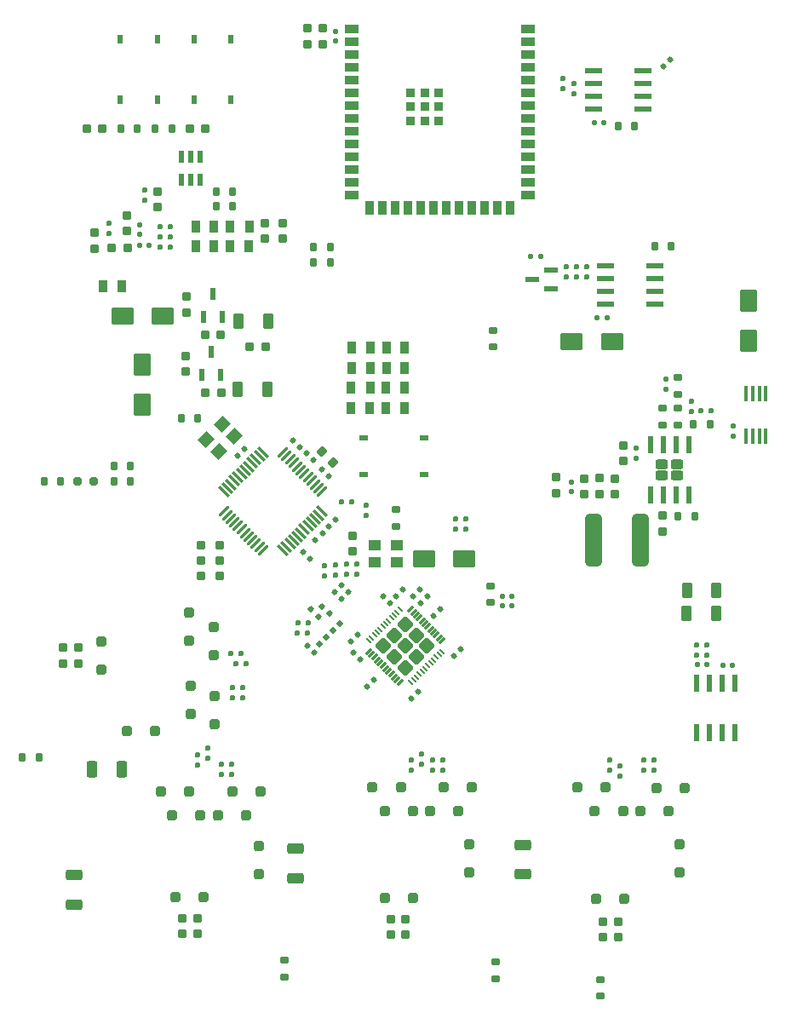
<source format=gbr>
%TF.GenerationSoftware,KiCad,Pcbnew,7.0.1*%
%TF.CreationDate,2023-07-30T21:23:37+03:00*%
%TF.ProjectId,Ethernet_switch_4out,45746865-726e-4657-945f-737769746368,rev?*%
%TF.SameCoordinates,Original*%
%TF.FileFunction,Paste,Top*%
%TF.FilePolarity,Positive*%
%FSLAX46Y46*%
G04 Gerber Fmt 4.6, Leading zero omitted, Abs format (unit mm)*
G04 Created by KiCad (PCBNEW 7.0.1) date 2023-07-30 21:23:37*
%MOMM*%
%LPD*%
G01*
G04 APERTURE LIST*
G04 Aperture macros list*
%AMRoundRect*
0 Rectangle with rounded corners*
0 $1 Rounding radius*
0 $2 $3 $4 $5 $6 $7 $8 $9 X,Y pos of 4 corners*
0 Add a 4 corners polygon primitive as box body*
4,1,4,$2,$3,$4,$5,$6,$7,$8,$9,$2,$3,0*
0 Add four circle primitives for the rounded corners*
1,1,$1+$1,$2,$3*
1,1,$1+$1,$4,$5*
1,1,$1+$1,$6,$7*
1,1,$1+$1,$8,$9*
0 Add four rect primitives between the rounded corners*
20,1,$1+$1,$2,$3,$4,$5,0*
20,1,$1+$1,$4,$5,$6,$7,0*
20,1,$1+$1,$6,$7,$8,$9,0*
20,1,$1+$1,$8,$9,$2,$3,0*%
%AMRotRect*
0 Rectangle, with rotation*
0 The origin of the aperture is its center*
0 $1 length*
0 $2 width*
0 $3 Rotation angle, in degrees counterclockwise*
0 Add horizontal line*
21,1,$1,$2,0,0,$3*%
G04 Aperture macros list end*
%ADD10RoundRect,0.108000X0.031820X-0.222739X0.222739X-0.031820X-0.031820X0.222739X-0.222739X0.031820X0*%
%ADD11RoundRect,0.195000X-0.300000X-0.300000X0.300000X-0.300000X0.300000X0.300000X-0.300000X0.300000X0*%
%ADD12RoundRect,0.112000X0.217082X0.019092X0.019092X0.217082X-0.217082X-0.019092X-0.019092X-0.217082X0*%
%ADD13R,1.350000X0.810000*%
%ADD14R,0.810000X1.350000*%
%ADD15R,0.810000X0.810000*%
%ADD16RoundRect,0.180000X-0.225000X-0.247500X0.225000X-0.247500X0.225000X0.247500X-0.225000X0.247500X0*%
%ADD17RoundRect,0.180000X0.225000X0.247500X-0.225000X0.247500X-0.225000X-0.247500X0.225000X-0.247500X0*%
%ADD18RoundRect,0.180000X0.247500X-0.225000X0.247500X0.225000X-0.247500X0.225000X-0.247500X-0.225000X0*%
%ADD19RoundRect,0.052500X0.825000X0.217500X-0.825000X0.217500X-0.825000X-0.217500X0.825000X-0.217500X0*%
%ADD20RoundRect,0.083750X0.186250X-0.512500X0.186250X0.512500X-0.186250X0.512500X-0.186250X-0.512500X0*%
%ADD21RoundRect,0.160000X-0.267500X0.200000X-0.267500X-0.200000X0.267500X-0.200000X0.267500X0.200000X0*%
%ADD22RoundRect,0.108000X-0.135000X-0.180000X0.135000X-0.180000X0.135000X0.180000X-0.135000X0.180000X0*%
%ADD23RoundRect,0.108000X0.135000X0.180000X-0.135000X0.180000X-0.135000X-0.180000X0.135000X-0.180000X0*%
%ADD24RoundRect,0.108000X0.180000X-0.135000X0.180000X0.135000X-0.180000X0.135000X-0.180000X-0.135000X0*%
%ADD25RoundRect,0.112000X-0.019092X0.217082X-0.217082X0.019092X0.019092X-0.217082X0.217082X-0.019092X0*%
%ADD26RoundRect,0.108000X0.222739X0.031820X0.031820X0.222739X-0.222739X-0.031820X-0.031820X-0.222739X0*%
%ADD27RoundRect,0.112000X0.167000X-0.140000X0.167000X0.140000X-0.167000X0.140000X-0.167000X-0.140000X0*%
%ADD28RoundRect,0.195000X0.243750X0.435000X-0.243750X0.435000X-0.243750X-0.435000X0.243750X-0.435000X0*%
%ADD29RoundRect,0.192500X-0.325000X-0.617500X0.325000X-0.617500X0.325000X0.617500X-0.325000X0.617500X0*%
%ADD30RoundRect,0.198750X0.262500X0.431250X-0.262500X0.431250X-0.262500X-0.431250X0.262500X-0.431250X0*%
%ADD31RoundRect,0.125000X-1.000000X-0.685000X1.000000X-0.685000X1.000000X0.685000X-1.000000X0.685000X0*%
%ADD32RoundRect,0.160000X0.200000X0.267500X-0.200000X0.267500X-0.200000X-0.267500X0.200000X-0.267500X0*%
%ADD33RoundRect,0.175000X0.218750X0.252500X-0.218750X0.252500X-0.218750X-0.252500X0.218750X-0.252500X0*%
%ADD34RoundRect,0.108000X-0.180000X0.135000X-0.180000X-0.135000X0.180000X-0.135000X0.180000X0.135000X0*%
%ADD35R,0.630000X0.900000*%
%ADD36RoundRect,0.195000X0.300000X0.300000X-0.300000X0.300000X-0.300000X-0.300000X0.300000X-0.300000X0*%
%ADD37RoundRect,0.160000X0.267500X-0.200000X0.267500X0.200000X-0.267500X0.200000X-0.267500X-0.200000X0*%
%ADD38RoundRect,0.193750X0.312500X0.593750X-0.312500X0.593750X-0.312500X-0.593750X0.312500X-0.593750X0*%
%ADD39RoundRect,0.160000X-0.200000X-0.267500X0.200000X-0.267500X0.200000X0.267500X-0.200000X0.267500X0*%
%ADD40RoundRect,0.195000X0.300000X-0.300000X0.300000X0.300000X-0.300000X0.300000X-0.300000X-0.300000X0*%
%ADD41RoundRect,0.192500X0.617500X-0.325000X0.617500X0.325000X-0.617500X0.325000X-0.617500X-0.325000X0*%
%ADD42RoundRect,0.112000X0.019092X-0.217082X0.217082X-0.019092X-0.019092X0.217082X-0.217082X0.019092X0*%
%ADD43RoundRect,0.076250X0.587500X0.193750X-0.587500X0.193750X-0.587500X-0.193750X0.587500X-0.193750X0*%
%ADD44RoundRect,0.180000X-0.247500X0.225000X-0.247500X-0.225000X0.247500X-0.225000X0.247500X0.225000X0*%
%ADD45RoundRect,0.112000X-0.217082X-0.019092X-0.019092X-0.217082X0.217082X0.019092X0.019092X0.217082X0*%
%ADD46RoundRect,0.198750X-0.262500X-0.431250X0.262500X-0.431250X0.262500X0.431250X-0.262500X0.431250X0*%
%ADD47RoundRect,0.188750X-0.250000X-0.238750X0.250000X-0.238750X0.250000X0.238750X-0.250000X0.238750X0*%
%ADD48RoundRect,0.112000X-0.167000X0.140000X-0.167000X-0.140000X0.167000X-0.140000X0.167000X0.140000X0*%
%ADD49RoundRect,0.240000X0.385000X-0.240000X0.385000X0.240000X-0.385000X0.240000X-0.385000X-0.240000X0*%
%ADD50RoundRect,0.052500X0.217500X-0.825000X0.217500X0.825000X-0.217500X0.825000X-0.217500X-0.825000X0*%
%ADD51RoundRect,0.188750X0.250000X0.238750X-0.250000X0.238750X-0.250000X-0.238750X0.250000X-0.238750X0*%
%ADD52RoundRect,0.112000X0.140000X0.167000X-0.140000X0.167000X-0.140000X-0.167000X0.140000X-0.167000X0*%
%ADD53RoundRect,0.112000X-0.140000X-0.167000X0.140000X-0.167000X0.140000X0.167000X-0.140000X0.167000X0*%
%ADD54RoundRect,0.180000X0.334108X0.015910X0.015910X0.334108X-0.334108X-0.015910X-0.015910X-0.334108X0*%
%ADD55RoundRect,0.195000X-0.243750X-0.435000X0.243750X-0.435000X0.243750X0.435000X-0.243750X0.435000X0*%
%ADD56RoundRect,0.195000X-0.300000X0.300000X-0.300000X-0.300000X0.300000X-0.300000X0.300000X0.300000X0*%
%ADD57RotRect,1.260000X1.080000X225.000000*%
%ADD58RoundRect,0.250000X0.000000X-0.523259X0.523259X0.000000X0.000000X0.523259X-0.523259X0.000000X0*%
%ADD59RoundRect,0.010000X-0.190919X-0.304056X0.304056X0.190919X0.190919X0.304056X-0.304056X-0.190919X0*%
%ADD60RoundRect,0.040000X0.190919X-0.261630X0.261630X-0.190919X-0.190919X0.261630X-0.261630X0.190919X0*%
%ADD61RoundRect,0.360000X0.450000X2.250000X-0.450000X2.250000X-0.450000X-2.250000X0.450000X-2.250000X0*%
%ADD62RoundRect,0.125000X1.000000X0.685000X-1.000000X0.685000X-1.000000X-0.685000X1.000000X-0.685000X0*%
%ADD63R,0.900000X0.630000*%
%ADD64RoundRect,0.193750X-0.312500X-0.593750X0.312500X-0.593750X0.312500X0.593750X-0.312500X0.593750X0*%
%ADD65RoundRect,0.125000X-0.685000X1.000000X-0.685000X-1.000000X0.685000X-1.000000X0.685000X1.000000X0*%
%ADD66RoundRect,0.125000X0.685000X-1.000000X0.685000X1.000000X-0.685000X1.000000X-0.685000X-1.000000X0*%
%ADD67RoundRect,0.001250X0.563034X-0.373883X-0.373883X0.563034X-0.563034X0.373883X0.373883X-0.563034X0*%
%ADD68RoundRect,0.060000X0.479949X0.373883X0.373883X0.479949X-0.479949X-0.373883X-0.373883X-0.479949X0*%
%ADD69RoundRect,0.018750X0.161250X-0.712500X0.161250X0.712500X-0.161250X0.712500X-0.161250X-0.712500X0*%
%ADD70R,1.260000X1.080000*%
G04 APERTURE END LIST*
D10*
%TO.C,R11*%
X83479376Y-112880624D03*
X84200624Y-112159376D03*
%TD*%
D11*
%TO.C,D29*%
X109200000Y-127100000D03*
X112000000Y-127100000D03*
%TD*%
D12*
%TO.C,C25*%
X82969411Y-113679411D03*
X82290589Y-113000589D03*
%TD*%
D11*
%TO.C,D10*%
X64400000Y-121500000D03*
X67200000Y-121500000D03*
%TD*%
D13*
%TO.C,U1*%
X86750000Y-51740000D03*
X86750000Y-53010000D03*
X86750000Y-54280000D03*
X86750000Y-55550000D03*
X86750000Y-56820000D03*
X86750000Y-58090000D03*
X86750000Y-59360000D03*
X86750000Y-60630000D03*
X86750000Y-61900000D03*
X86750000Y-63170000D03*
X86750000Y-64440000D03*
X86750000Y-65710000D03*
X86750000Y-66980000D03*
X86750000Y-68250000D03*
D14*
X88515000Y-69500000D03*
X89785000Y-69500000D03*
X91055000Y-69500000D03*
X92325000Y-69500000D03*
X93595000Y-69500000D03*
X94865000Y-69500000D03*
X96135000Y-69500000D03*
X97405000Y-69500000D03*
X98675000Y-69500000D03*
X99945000Y-69500000D03*
X101215000Y-69500000D03*
X102485000Y-69500000D03*
D13*
X104250000Y-68250000D03*
X104250000Y-66980000D03*
X104250000Y-65710000D03*
X104250000Y-64440000D03*
X104250000Y-63170000D03*
X104250000Y-61900000D03*
X104250000Y-60630000D03*
X104250000Y-59360000D03*
X104250000Y-58090000D03*
X104250000Y-56820000D03*
X104250000Y-55550000D03*
X104250000Y-54280000D03*
X104250000Y-53010000D03*
X104250000Y-51740000D03*
D15*
X92600000Y-58060000D03*
X92600000Y-59460000D03*
X92600000Y-60860000D03*
X92600000Y-60860000D03*
X94000000Y-58060000D03*
X94000000Y-58060000D03*
X94000000Y-59460000D03*
X94000000Y-60860000D03*
X95400000Y-58060000D03*
X95400000Y-59460000D03*
X95400000Y-60860000D03*
%TD*%
D16*
%TO.C,C39*%
X58025000Y-113200000D03*
X59575000Y-113200000D03*
%TD*%
D17*
%TO.C,C74*%
X64435000Y-73490000D03*
X62885000Y-73490000D03*
%TD*%
D18*
%TO.C,C42*%
X69900000Y-141675000D03*
X69900000Y-140125000D03*
%TD*%
D19*
%TO.C,U5*%
X115715000Y-59715000D03*
X115715000Y-58445000D03*
X115715000Y-57175000D03*
X115715000Y-55905000D03*
X110765000Y-55905000D03*
X110765000Y-57175000D03*
X110765000Y-58445000D03*
X110765000Y-59715000D03*
%TD*%
D20*
%TO.C,U12*%
X71970000Y-80337500D03*
X73870000Y-80337500D03*
X72920000Y-78062500D03*
%TD*%
D21*
%TO.C,R25*%
X101060000Y-144475000D03*
X101060000Y-146125000D03*
%TD*%
D22*
%TO.C,R82*%
X67660000Y-72427500D03*
X68680000Y-72427500D03*
%TD*%
D23*
%TO.C,R2*%
X82360000Y-111790000D03*
X81340000Y-111790000D03*
%TD*%
D18*
%TO.C,C67*%
X107070000Y-97845000D03*
X107070000Y-96295000D03*
%TD*%
D24*
%TO.C,R83*%
X66170000Y-68730000D03*
X66170000Y-67710000D03*
%TD*%
D23*
%TO.C,R17*%
X98060000Y-101460000D03*
X97040000Y-101460000D03*
%TD*%
D25*
%TO.C,C16*%
X91849411Y-107450589D03*
X91170589Y-108129411D03*
%TD*%
D26*
%TO.C,R8*%
X84520624Y-109850624D03*
X83799376Y-109129376D03*
%TD*%
D20*
%TO.C,U6*%
X71830000Y-86127500D03*
X73730000Y-86127500D03*
X72780000Y-83852500D03*
%TD*%
D27*
%TO.C,C52*%
X115040000Y-94385000D03*
X115040000Y-93425000D03*
%TD*%
D28*
%TO.C,D2*%
X88526599Y-89404227D03*
X86651599Y-89404227D03*
%TD*%
D29*
%TO.C,C40*%
X60905000Y-125320000D03*
X63855000Y-125320000D03*
%TD*%
D30*
%TO.C,R41*%
X73042500Y-71380000D03*
X71217500Y-71380000D03*
%TD*%
D24*
%TO.C,R6*%
X84010000Y-106120000D03*
X84010000Y-105100000D03*
%TD*%
D21*
%TO.C,R27*%
X100810000Y-81705000D03*
X100810000Y-83355000D03*
%TD*%
D23*
%TO.C,R1*%
X82380000Y-110780000D03*
X81360000Y-110780000D03*
%TD*%
D21*
%TO.C,R26*%
X111480000Y-146195000D03*
X111480000Y-147845000D03*
%TD*%
%TO.C,R22*%
X80060000Y-144285000D03*
X80060000Y-145935000D03*
%TD*%
D31*
%TO.C,D1*%
X93940000Y-104380000D03*
X97940000Y-104380000D03*
%TD*%
D32*
%TO.C,R77*%
X118510000Y-73320000D03*
X116860000Y-73320000D03*
%TD*%
D33*
%TO.C,D8*%
X61047500Y-96700000D03*
X59472500Y-96700000D03*
%TD*%
D30*
%TO.C,R40*%
X73052500Y-73350000D03*
X71227500Y-73350000D03*
%TD*%
D34*
%TO.C,R52*%
X71400000Y-123890000D03*
X71400000Y-124910000D03*
%TD*%
D25*
%TO.C,C6*%
X93539411Y-107420589D03*
X92860589Y-108099411D03*
%TD*%
D35*
%TO.C,SW1*%
X71040000Y-58760000D03*
X71040000Y-52760000D03*
X74740000Y-58760000D03*
X74740000Y-52760000D03*
%TD*%
D36*
%TO.C,D26*%
X98700000Y-127100000D03*
X95900000Y-127100000D03*
%TD*%
D34*
%TO.C,R49*%
X74800000Y-124790000D03*
X74800000Y-125810000D03*
%TD*%
D19*
%TO.C,U10*%
X116875000Y-79105000D03*
X116875000Y-77835000D03*
X116875000Y-76565000D03*
X116875000Y-75295000D03*
X111925000Y-75295000D03*
X111925000Y-76565000D03*
X111925000Y-77835000D03*
X111925000Y-79105000D03*
%TD*%
D37*
%TO.C,R76*%
X117620000Y-91090000D03*
X117620000Y-89440000D03*
%TD*%
D18*
%TO.C,C14*%
X82340000Y-53235000D03*
X82340000Y-51685000D03*
%TD*%
D23*
%TO.C,R18*%
X98040000Y-100420000D03*
X97020000Y-100420000D03*
%TD*%
D36*
%TO.C,D32*%
X119800000Y-127200000D03*
X117000000Y-127200000D03*
%TD*%
D38*
%TO.C,R73*%
X78342500Y-87520000D03*
X75417500Y-87520000D03*
%TD*%
D20*
%TO.C,U4*%
X69760000Y-66685000D03*
X70710000Y-66685000D03*
X71660000Y-66685000D03*
X71660000Y-64410000D03*
X70710000Y-64410000D03*
X69760000Y-64410000D03*
%TD*%
D25*
%TO.C,C22*%
X85149411Y-100480589D03*
X84470589Y-101159411D03*
%TD*%
D17*
%TO.C,C34*%
X61945000Y-61610000D03*
X60395000Y-61610000D03*
%TD*%
D39*
%TO.C,R70*%
X119190000Y-100185000D03*
X120840000Y-100185000D03*
%TD*%
D40*
%TO.C,D28*%
X119300000Y-135600000D03*
X119300000Y-132800000D03*
%TD*%
D41*
%TO.C,C46*%
X81100000Y-136175000D03*
X81100000Y-133225000D03*
%TD*%
D37*
%TO.C,R75*%
X119190000Y-91075000D03*
X119190000Y-89425000D03*
%TD*%
D42*
%TO.C,C4*%
X92640589Y-118289411D03*
X93319411Y-117610589D03*
%TD*%
D30*
%TO.C,FB1*%
X63832500Y-77290000D03*
X62007500Y-77290000D03*
%TD*%
D32*
%TO.C,R53*%
X64735000Y-96670000D03*
X63085000Y-96670000D03*
%TD*%
D43*
%TO.C,U9*%
X106540000Y-77570000D03*
X106540000Y-75670000D03*
X104665000Y-76620000D03*
%TD*%
D23*
%TO.C,R9*%
X87240000Y-104945000D03*
X86220000Y-104945000D03*
%TD*%
D44*
%TO.C,C72*%
X67450000Y-67905000D03*
X67450000Y-69455000D03*
%TD*%
D34*
%TO.C,R23*%
X121040000Y-112950000D03*
X121040000Y-113970000D03*
%TD*%
D24*
%TO.C,R32*%
X108060000Y-76370000D03*
X108060000Y-75350000D03*
%TD*%
D45*
%TO.C,C23*%
X85700000Y-107030000D03*
X86378822Y-107708822D03*
%TD*%
D40*
%TO.C,D16*%
X77500000Y-135700000D03*
X77500000Y-132900000D03*
%TD*%
D24*
%TO.C,R5*%
X85140000Y-105980000D03*
X85140000Y-104960000D03*
%TD*%
D44*
%TO.C,C35*%
X70330000Y-78345000D03*
X70330000Y-79895000D03*
%TD*%
D46*
%TO.C,R28*%
X90124099Y-89424227D03*
X91949099Y-89424227D03*
%TD*%
D47*
%TO.C,R3*%
X78077500Y-71020000D03*
X79902500Y-71020000D03*
%TD*%
D18*
%TO.C,C44*%
X92100000Y-141775000D03*
X92100000Y-140225000D03*
%TD*%
D39*
%TO.C,R66*%
X82945000Y-73380000D03*
X84595000Y-73380000D03*
%TD*%
D34*
%TO.C,R57*%
X93700000Y-123790000D03*
X93700000Y-124810000D03*
%TD*%
D48*
%TO.C,C13*%
X85110000Y-51995000D03*
X85110000Y-52955000D03*
%TD*%
D49*
%TO.C,U13*%
X117565000Y-96130000D03*
X119065000Y-96130000D03*
X117565000Y-94990000D03*
X119065000Y-94990000D03*
D50*
X116410000Y-98035000D03*
X117680000Y-98035000D03*
X118950000Y-98035000D03*
X120220000Y-98035000D03*
X120220000Y-93085000D03*
X118950000Y-93085000D03*
X117680000Y-93085000D03*
X116410000Y-93085000D03*
%TD*%
D36*
%TO.C,D27*%
X113800000Y-138200000D03*
X111000000Y-138200000D03*
%TD*%
D34*
%TO.C,R59*%
X116800000Y-124380000D03*
X116800000Y-125400000D03*
%TD*%
%TO.C,R33*%
X62640000Y-71020000D03*
X62640000Y-72040000D03*
%TD*%
D41*
%TO.C,C49*%
X103780000Y-135765000D03*
X103780000Y-132815000D03*
%TD*%
D36*
%TO.C,D21*%
X92800000Y-138100000D03*
X90000000Y-138100000D03*
%TD*%
D25*
%TO.C,C5*%
X97539411Y-113400589D03*
X96860589Y-114079411D03*
%TD*%
D39*
%TO.C,R67*%
X120695000Y-90995000D03*
X122345000Y-90995000D03*
%TD*%
D18*
%TO.C,C47*%
X113200000Y-142012500D03*
X113200000Y-140462500D03*
%TD*%
D51*
%TO.C,R15*%
X73572500Y-103040000D03*
X71747500Y-103040000D03*
%TD*%
D52*
%TO.C,C32*%
X102675000Y-109080000D03*
X101715000Y-109080000D03*
%TD*%
D23*
%TO.C,R20*%
X86710000Y-98740000D03*
X85690000Y-98740000D03*
%TD*%
D35*
%TO.C,SW3*%
X63730000Y-58750000D03*
X63730000Y-52750000D03*
X67430000Y-58750000D03*
X67430000Y-52750000D03*
%TD*%
D42*
%TO.C,C51*%
X88250589Y-117069411D03*
X88929411Y-116390589D03*
%TD*%
D36*
%TO.C,D31*%
X118200000Y-129500000D03*
X115400000Y-129500000D03*
%TD*%
D39*
%TO.C,R39*%
X63765000Y-61610000D03*
X65415000Y-61610000D03*
%TD*%
D18*
%TO.C,C70*%
X64400000Y-71805000D03*
X64400000Y-70255000D03*
%TD*%
D40*
%TO.C,D14*%
X73100000Y-120800000D03*
X73100000Y-118000000D03*
%TD*%
D34*
%TO.C,R56*%
X92680000Y-124390000D03*
X92680000Y-125410000D03*
%TD*%
D40*
%TO.C,D22*%
X98400000Y-135600000D03*
X98400000Y-132800000D03*
%TD*%
D53*
%TO.C,C63*%
X121115000Y-114920000D03*
X122075000Y-114920000D03*
%TD*%
D28*
%TO.C,D4*%
X88579099Y-85424227D03*
X86704099Y-85424227D03*
%TD*%
D52*
%TO.C,C58*%
X112110000Y-80430000D03*
X111150000Y-80430000D03*
%TD*%
D39*
%TO.C,R79*%
X73245000Y-67870000D03*
X74895000Y-67870000D03*
%TD*%
D42*
%TO.C,C50*%
X117750000Y-55480000D03*
X118428822Y-54801178D03*
%TD*%
D34*
%TO.C,R50*%
X73800000Y-124790000D03*
X73800000Y-125810000D03*
%TD*%
%TO.C,R64*%
X122030000Y-112960000D03*
X122030000Y-113980000D03*
%TD*%
D24*
%TO.C,R69*%
X109060000Y-76370000D03*
X109060000Y-75350000D03*
%TD*%
D54*
%TO.C,C28*%
X84858008Y-94808008D03*
X83761992Y-93711992D03*
%TD*%
D55*
%TO.C,D7*%
X74662500Y-71390000D03*
X76537500Y-71390000D03*
%TD*%
D39*
%TO.C,R42*%
X56155000Y-96680000D03*
X57805000Y-96680000D03*
%TD*%
D45*
%TO.C,C11*%
X89830589Y-108150589D03*
X90509411Y-108829411D03*
%TD*%
D50*
%TO.C,U8*%
X121005000Y-121680000D03*
X122275000Y-121680000D03*
X123545000Y-121680000D03*
X124815000Y-121680000D03*
X124815000Y-116730000D03*
X123545000Y-116730000D03*
X122275000Y-116730000D03*
X121005000Y-116730000D03*
%TD*%
D11*
%TO.C,D23*%
X88800000Y-127100000D03*
X91600000Y-127100000D03*
%TD*%
D56*
%TO.C,D12*%
X73000000Y-111200000D03*
X73000000Y-114000000D03*
%TD*%
D32*
%TO.C,R35*%
X114845000Y-61360000D03*
X113195000Y-61360000D03*
%TD*%
D12*
%TO.C,C17*%
X84419411Y-96169411D03*
X83740589Y-95490589D03*
%TD*%
D39*
%TO.C,R48*%
X69795000Y-90460000D03*
X71445000Y-90460000D03*
%TD*%
D18*
%TO.C,C15*%
X83860000Y-53235000D03*
X83860000Y-51685000D03*
%TD*%
D44*
%TO.C,C71*%
X61140000Y-72010000D03*
X61140000Y-73560000D03*
%TD*%
%TO.C,C60*%
X70260000Y-84235000D03*
X70260000Y-85785000D03*
%TD*%
D34*
%TO.C,R51*%
X72400000Y-123190000D03*
X72400000Y-124210000D03*
%TD*%
%TO.C,R61*%
X112400000Y-124380000D03*
X112400000Y-125400000D03*
%TD*%
D53*
%TO.C,C57*%
X104530000Y-74380000D03*
X105490000Y-74380000D03*
%TD*%
D39*
%TO.C,R58*%
X63090000Y-95150000D03*
X64740000Y-95150000D03*
%TD*%
D17*
%TO.C,C61*%
X73745000Y-87880000D03*
X72195000Y-87880000D03*
%TD*%
%TO.C,C31*%
X72155000Y-61620000D03*
X70605000Y-61620000D03*
%TD*%
D12*
%TO.C,C18*%
X82879411Y-94589411D03*
X82200589Y-93910589D03*
%TD*%
D24*
%TO.C,R24*%
X88190000Y-100117500D03*
X88190000Y-99097500D03*
%TD*%
D12*
%TO.C,C19*%
X82559411Y-104379411D03*
X81880589Y-103700589D03*
%TD*%
D25*
%TO.C,C10*%
X95500000Y-109400000D03*
X94821178Y-110078822D03*
%TD*%
D42*
%TO.C,C12*%
X86630589Y-112609411D03*
X87309411Y-111930589D03*
%TD*%
%TO.C,C21*%
X75420589Y-94149411D03*
X76099411Y-93470589D03*
%TD*%
D23*
%TO.C,R80*%
X68695000Y-71397500D03*
X67675000Y-71397500D03*
%TD*%
D45*
%TO.C,C24*%
X85030589Y-107700589D03*
X85709411Y-108379411D03*
%TD*%
D34*
%TO.C,R55*%
X94800000Y-124390000D03*
X94800000Y-125410000D03*
%TD*%
D32*
%TO.C,R71*%
X84595000Y-74910000D03*
X82945000Y-74910000D03*
%TD*%
D57*
%TO.C,Y2*%
X73836777Y-91001142D03*
X72281142Y-92556777D03*
X73483223Y-93758858D03*
X75038858Y-92203223D03*
%TD*%
D55*
%TO.C,D6*%
X74642500Y-73350000D03*
X76517500Y-73350000D03*
%TD*%
D44*
%TO.C,C26*%
X86800000Y-102105000D03*
X86800000Y-103655000D03*
%TD*%
D24*
%TO.C,R36*%
X108800000Y-58200000D03*
X108800000Y-57180000D03*
%TD*%
D58*
%TO.C,U3*%
X89894653Y-113069670D03*
X90976527Y-114151543D03*
X92058400Y-115233417D03*
X90976527Y-111987797D03*
X92058400Y-113069670D03*
X93140273Y-114151543D03*
X92058400Y-110905923D03*
X93140273Y-111987797D03*
X94222147Y-113069670D03*
D59*
X88416800Y-113600000D03*
X88699643Y-113882843D03*
X88982486Y-114165686D03*
X89265328Y-114448528D03*
X89548171Y-114731371D03*
X89831014Y-115014214D03*
X90113856Y-115297056D03*
X90396699Y-115579899D03*
X90679542Y-115862742D03*
X90962384Y-116145584D03*
X91245227Y-116428427D03*
X91528070Y-116711270D03*
D60*
X92588730Y-116711270D03*
X92871573Y-116428427D03*
X93154416Y-116145584D03*
X93437258Y-115862742D03*
X93720101Y-115579899D03*
X94002944Y-115297056D03*
X94285786Y-115014214D03*
X94568629Y-114731371D03*
X94851472Y-114448528D03*
X95134314Y-114165686D03*
X95417157Y-113882843D03*
X95700000Y-113600000D03*
D59*
X95700000Y-112539340D03*
X95417157Y-112256497D03*
X95134314Y-111973654D03*
X94851472Y-111690812D03*
X94568629Y-111407969D03*
X94285786Y-111125126D03*
X94002944Y-110842284D03*
X93720101Y-110559441D03*
X93437258Y-110276598D03*
X93154416Y-109993756D03*
X92871573Y-109710913D03*
X92588730Y-109428070D03*
D60*
X91528070Y-109428070D03*
X91245227Y-109710913D03*
X90962384Y-109993756D03*
X90679542Y-110276598D03*
X90396699Y-110559441D03*
X90113856Y-110842284D03*
X89831014Y-111125126D03*
X89548171Y-111407969D03*
X89265328Y-111690812D03*
X88982486Y-111973654D03*
X88699643Y-112256497D03*
X88416800Y-112539340D03*
%TD*%
D52*
%TO.C,C30*%
X111820000Y-61090000D03*
X110860000Y-61090000D03*
%TD*%
D28*
%TO.C,D3*%
X88557500Y-87400000D03*
X86682500Y-87400000D03*
%TD*%
D23*
%TO.C,R45*%
X75910000Y-117200000D03*
X74890000Y-117200000D03*
%TD*%
%TO.C,R81*%
X68680000Y-73437500D03*
X67660000Y-73437500D03*
%TD*%
D36*
%TO.C,D20*%
X77700000Y-127500000D03*
X74900000Y-127500000D03*
%TD*%
D37*
%TO.C,R74*%
X119190000Y-88050000D03*
X119190000Y-86400000D03*
%TD*%
D28*
%TO.C,D5*%
X88597500Y-83417271D03*
X86722500Y-83417271D03*
%TD*%
D51*
%TO.C,R13*%
X73572500Y-106080000D03*
X71747500Y-106080000D03*
%TD*%
D48*
%TO.C,C66*%
X108590000Y-96740000D03*
X108590000Y-97700000D03*
%TD*%
D25*
%TO.C,C3*%
X94229411Y-108100589D03*
X93550589Y-108779411D03*
%TD*%
%TO.C,C20*%
X83810000Y-101830000D03*
X83131178Y-102508822D03*
%TD*%
D18*
%TO.C,C45*%
X90600000Y-141775000D03*
X90600000Y-140225000D03*
%TD*%
D61*
%TO.C,L1*%
X115410000Y-102525000D03*
X110810000Y-102525000D03*
%TD*%
D23*
%TO.C,R44*%
X75900000Y-118200000D03*
X74880000Y-118200000D03*
%TD*%
D56*
%TO.C,D11*%
X70600000Y-109700000D03*
X70600000Y-112500000D03*
%TD*%
D52*
%TO.C,C73*%
X66570000Y-73250000D03*
X65610000Y-73250000D03*
%TD*%
D46*
%TO.C,R31*%
X90175000Y-83427271D03*
X92000000Y-83427271D03*
%TD*%
D23*
%TO.C,R10*%
X87240000Y-105920000D03*
X86220000Y-105920000D03*
%TD*%
D62*
%TO.C,D36*%
X112600000Y-82800000D03*
X108600000Y-82800000D03*
%TD*%
D24*
%TO.C,R65*%
X120510000Y-89735000D03*
X120510000Y-88715000D03*
%TD*%
D11*
%TO.C,D24*%
X90000000Y-129500000D03*
X92800000Y-129500000D03*
%TD*%
D18*
%TO.C,C68*%
X109841992Y-97986992D03*
X109841992Y-96436992D03*
%TD*%
D45*
%TO.C,C29*%
X80870589Y-92610589D03*
X81549411Y-93289411D03*
%TD*%
D63*
%TO.C,SW2*%
X93950000Y-96060000D03*
X87950000Y-96060000D03*
X93950000Y-92360000D03*
X87950000Y-92360000D03*
%TD*%
D18*
%TO.C,C54*%
X111360000Y-97937500D03*
X111360000Y-96387500D03*
%TD*%
D44*
%TO.C,C53*%
X113750000Y-93150000D03*
X113750000Y-94700000D03*
%TD*%
D36*
%TO.C,D15*%
X72000000Y-138000000D03*
X69200000Y-138000000D03*
%TD*%
D40*
%TO.C,D13*%
X70700000Y-119800000D03*
X70700000Y-117000000D03*
%TD*%
D18*
%TO.C,C27*%
X117650000Y-101660000D03*
X117650000Y-100110000D03*
%TD*%
D48*
%TO.C,C59*%
X124665000Y-91235000D03*
X124665000Y-92195000D03*
%TD*%
D64*
%TO.C,R19*%
X120057500Y-107520000D03*
X122982500Y-107520000D03*
%TD*%
D52*
%TO.C,C33*%
X102660000Y-108100000D03*
X101700000Y-108100000D03*
%TD*%
D65*
%TO.C,D34*%
X65940000Y-85070000D03*
X65940000Y-89070000D03*
%TD*%
D26*
%TO.C,R7*%
X83390624Y-110150624D03*
X82669376Y-109429376D03*
%TD*%
D66*
%TO.C,D37*%
X126220000Y-82730000D03*
X126220000Y-78730000D03*
%TD*%
D34*
%TO.C,R68*%
X110060000Y-75350000D03*
X110060000Y-76370000D03*
%TD*%
D17*
%TO.C,C36*%
X73685000Y-82120000D03*
X72135000Y-82120000D03*
%TD*%
D37*
%TO.C,R38*%
X100510000Y-108725000D03*
X100510000Y-107075000D03*
%TD*%
D23*
%TO.C,R46*%
X75720000Y-113800000D03*
X74700000Y-113800000D03*
%TD*%
D48*
%TO.C,C55*%
X117950000Y-86560000D03*
X117950000Y-87520000D03*
%TD*%
D36*
%TO.C,D25*%
X97300000Y-129500000D03*
X94500000Y-129500000D03*
%TD*%
D39*
%TO.C,R34*%
X67195000Y-61620000D03*
X68845000Y-61620000D03*
%TD*%
D36*
%TO.C,D19*%
X76200000Y-129900000D03*
X73400000Y-129900000D03*
%TD*%
D18*
%TO.C,C65*%
X112890000Y-97960000D03*
X112890000Y-96410000D03*
%TD*%
D23*
%TO.C,R63*%
X122490000Y-89665000D03*
X121470000Y-89665000D03*
%TD*%
D11*
%TO.C,D30*%
X110900000Y-129500000D03*
X113700000Y-129500000D03*
%TD*%
D18*
%TO.C,C48*%
X111700000Y-142012500D03*
X111700000Y-140462500D03*
%TD*%
D23*
%TO.C,R47*%
X76210000Y-114800000D03*
X75190000Y-114800000D03*
%TD*%
D18*
%TO.C,C41*%
X71400000Y-141675000D03*
X71400000Y-140125000D03*
%TD*%
D67*
%TO.C,U2*%
X79898788Y-103587876D03*
X80252342Y-103234322D03*
X80605895Y-102880769D03*
X80959449Y-102527215D03*
X81313002Y-102173662D03*
X81666555Y-101820109D03*
X82020109Y-101466555D03*
X82373662Y-101113002D03*
X82727215Y-100759449D03*
X83080769Y-100405895D03*
X83434322Y-100052342D03*
X83787876Y-99698788D03*
D68*
X83787876Y-97701212D03*
X83434322Y-97347658D03*
X83080769Y-96994105D03*
X82727215Y-96640551D03*
X82373662Y-96286998D03*
X82020109Y-95933445D03*
X81666555Y-95579891D03*
X81313002Y-95226338D03*
X80959449Y-94872785D03*
X80605895Y-94519231D03*
X80252342Y-94165678D03*
X79898788Y-93812124D03*
D67*
X77901212Y-93812124D03*
X77547658Y-94165678D03*
X77194105Y-94519231D03*
X76840551Y-94872785D03*
X76486998Y-95226338D03*
X76133445Y-95579891D03*
X75779891Y-95933445D03*
X75426338Y-96286998D03*
X75072785Y-96640551D03*
X74719231Y-96994105D03*
X74365678Y-97347658D03*
X74012124Y-97701212D03*
D68*
X74012124Y-99698788D03*
X74365678Y-100052342D03*
X74719231Y-100405895D03*
X75072785Y-100759449D03*
X75426338Y-101113002D03*
X75779891Y-101466555D03*
X76133445Y-101820109D03*
X76486998Y-102173662D03*
X76840551Y-102527215D03*
X77194105Y-102880769D03*
X77547658Y-103234322D03*
X77901212Y-103587876D03*
%TD*%
D62*
%TO.C,D33*%
X67970000Y-80280000D03*
X63970000Y-80280000D03*
%TD*%
D32*
%TO.C,R16*%
X55635000Y-124100000D03*
X53985000Y-124100000D03*
%TD*%
D34*
%TO.C,R54*%
X95800000Y-124390000D03*
X95800000Y-125410000D03*
%TD*%
D45*
%TO.C,C8*%
X86870589Y-113700589D03*
X87549411Y-114379411D03*
%TD*%
D34*
%TO.C,R60*%
X115800000Y-124380000D03*
X115800000Y-125400000D03*
%TD*%
D24*
%TO.C,R37*%
X107760000Y-57700000D03*
X107760000Y-56680000D03*
%TD*%
D11*
%TO.C,D17*%
X67800000Y-127500000D03*
X70600000Y-127500000D03*
%TD*%
D69*
%TO.C,U11*%
X125960000Y-92170000D03*
X126610000Y-92170000D03*
X127260000Y-92170000D03*
X127910000Y-92170000D03*
X127910000Y-87945000D03*
X127260000Y-87945000D03*
X126610000Y-87945000D03*
X125960000Y-87945000D03*
%TD*%
D17*
%TO.C,C62*%
X78145000Y-83320000D03*
X76595000Y-83320000D03*
%TD*%
D53*
%TO.C,C56*%
X123615000Y-114960000D03*
X124575000Y-114960000D03*
%TD*%
D64*
%TO.C,R21*%
X120027500Y-109810000D03*
X122952500Y-109810000D03*
%TD*%
D34*
%TO.C,R62*%
X113400000Y-124990000D03*
X113400000Y-126010000D03*
%TD*%
D39*
%TO.C,R78*%
X73245000Y-69380000D03*
X74895000Y-69380000D03*
%TD*%
D10*
%TO.C,R12*%
X84839376Y-111530624D03*
X85560624Y-110809376D03*
%TD*%
D41*
%TO.C,C43*%
X59170000Y-138765000D03*
X59170000Y-135815000D03*
%TD*%
D16*
%TO.C,C38*%
X58025000Y-114800000D03*
X59575000Y-114800000D03*
%TD*%
D51*
%TO.C,R14*%
X73572500Y-104560000D03*
X71747500Y-104560000D03*
%TD*%
D46*
%TO.C,R29*%
X90145000Y-87400000D03*
X91970000Y-87400000D03*
%TD*%
D40*
%TO.C,D9*%
X61800000Y-115400000D03*
X61800000Y-112600000D03*
%TD*%
D21*
%TO.C,R43*%
X91130000Y-99515000D03*
X91130000Y-101165000D03*
%TD*%
D47*
%TO.C,R4*%
X78077500Y-72560000D03*
X79902500Y-72560000D03*
%TD*%
D46*
%TO.C,R30*%
X90166599Y-85424227D03*
X91991599Y-85424227D03*
%TD*%
D38*
%TO.C,R72*%
X78432500Y-80770000D03*
X75507500Y-80770000D03*
%TD*%
D11*
%TO.C,D18*%
X68900000Y-129900000D03*
X71700000Y-129900000D03*
%TD*%
D48*
%TO.C,C37*%
X65630000Y-71190000D03*
X65630000Y-72150000D03*
%TD*%
D70*
%TO.C,Y1*%
X91180000Y-103020000D03*
X88980000Y-103020000D03*
X88980000Y-104720000D03*
X91180000Y-104720000D03*
%TD*%
M02*

</source>
